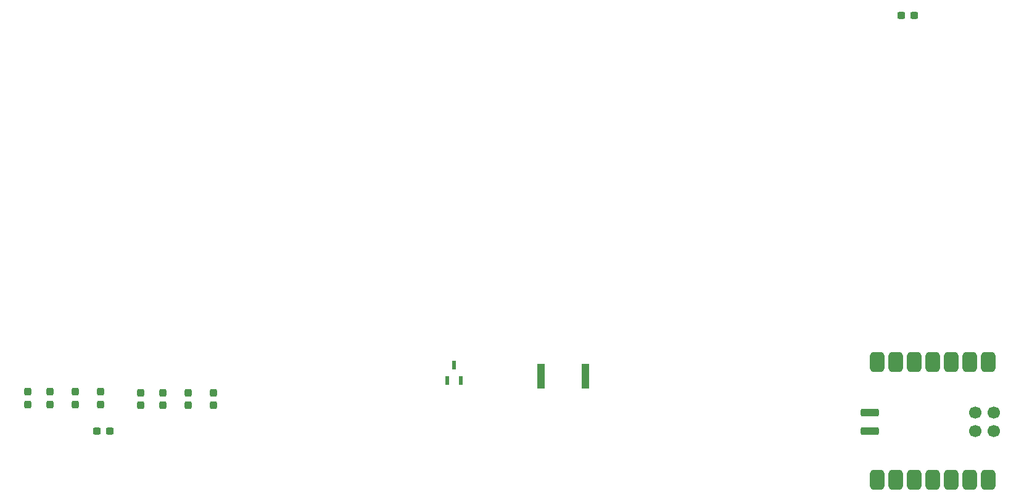
<source format=gtp>
%TF.GenerationSoftware,KiCad,Pcbnew,9.0.0*%
%TF.CreationDate,2025-04-13T23:06:23-05:00*%
%TF.ProjectId,temperature_sensor,74656d70-6572-4617-9475-72655f73656e,rev?*%
%TF.SameCoordinates,Original*%
%TF.FileFunction,Paste,Top*%
%TF.FilePolarity,Positive*%
%FSLAX46Y46*%
G04 Gerber Fmt 4.6, Leading zero omitted, Abs format (unit mm)*
G04 Created by KiCad (PCBNEW 9.0.0) date 2025-04-13 23:06:23*
%MOMM*%
%LPD*%
G01*
G04 APERTURE LIST*
G04 Aperture macros list*
%AMRoundRect*
0 Rectangle with rounded corners*
0 $1 Rounding radius*
0 $2 $3 $4 $5 $6 $7 $8 $9 X,Y pos of 4 corners*
0 Add a 4 corners polygon primitive as box body*
4,1,4,$2,$3,$4,$5,$6,$7,$8,$9,$2,$3,0*
0 Add four circle primitives for the rounded corners*
1,1,$1+$1,$2,$3*
1,1,$1+$1,$4,$5*
1,1,$1+$1,$6,$7*
1,1,$1+$1,$8,$9*
0 Add four rect primitives between the rounded corners*
20,1,$1+$1,$2,$3,$4,$5,0*
20,1,$1+$1,$4,$5,$6,$7,0*
20,1,$1+$1,$6,$7,$8,$9,0*
20,1,$1+$1,$8,$9,$2,$3,0*%
G04 Aperture macros list end*
%ADD10R,0.558800X1.270000*%
%ADD11RoundRect,0.237500X0.237500X-0.300000X0.237500X0.300000X-0.237500X0.300000X-0.237500X-0.300000X0*%
%ADD12RoundRect,0.237500X0.300000X0.237500X-0.300000X0.237500X-0.300000X-0.237500X0.300000X-0.237500X0*%
%ADD13R,1.070000X3.420000*%
%ADD14RoundRect,0.237500X-0.300000X-0.237500X0.300000X-0.237500X0.300000X0.237500X-0.300000X0.237500X0*%
%ADD15RoundRect,0.500000X-0.500000X0.875000X-0.500000X-0.875000X0.500000X-0.875000X0.500000X0.875000X0*%
%ADD16RoundRect,0.275000X-0.975000X-0.275000X0.975000X-0.275000X0.975000X0.275000X-0.975000X0.275000X0*%
%ADD17C,1.700000*%
G04 APERTURE END LIST*
D10*
%TO.C,U1*%
X113047500Y-88082800D03*
X114952500Y-88082800D03*
X114000000Y-86000000D03*
%TD*%
D11*
%TO.C,C10*%
X71000000Y-91500000D03*
X71000000Y-89775000D03*
%TD*%
D12*
%TO.C,RF_interceptor1*%
X177132500Y-37960000D03*
X175407500Y-37960000D03*
%TD*%
D11*
%TO.C,C11*%
X77500000Y-91500000D03*
X77500000Y-89775000D03*
%TD*%
%TO.C,C4*%
X62000000Y-91362500D03*
X62000000Y-89637500D03*
%TD*%
%TO.C,C12*%
X74000000Y-91500000D03*
X74000000Y-89775000D03*
%TD*%
%TO.C,C5*%
X58500000Y-91362500D03*
X58500000Y-89637500D03*
%TD*%
D13*
%TO.C,R4*%
X132000000Y-87500000D03*
X125890000Y-87500000D03*
%TD*%
D14*
%TO.C,C7*%
X65000000Y-95000000D03*
X66725000Y-95000000D03*
%TD*%
D15*
%TO.C,U3*%
X187281700Y-85588000D03*
X184741700Y-85588000D03*
X182201700Y-85588000D03*
X179661700Y-85588000D03*
X177121700Y-85588000D03*
X174581700Y-85588000D03*
X172041700Y-85588000D03*
X172041700Y-101753000D03*
X174581700Y-101753000D03*
X177121700Y-101753000D03*
X179661700Y-101753000D03*
X182201700Y-101753000D03*
X184741700Y-101753000D03*
X187281700Y-101753000D03*
D16*
X171022000Y-92500000D03*
X171022000Y-95040000D03*
D17*
X188040000Y-92500000D03*
X188040000Y-95040000D03*
X185500000Y-92500000D03*
X185500000Y-95040000D03*
%TD*%
D11*
%TO.C,C9*%
X81000000Y-91500000D03*
X81000000Y-89775000D03*
%TD*%
%TO.C,C8*%
X65500000Y-91362500D03*
X65500000Y-89637500D03*
%TD*%
%TO.C,C6*%
X55500000Y-91362500D03*
X55500000Y-89637500D03*
%TD*%
M02*

</source>
